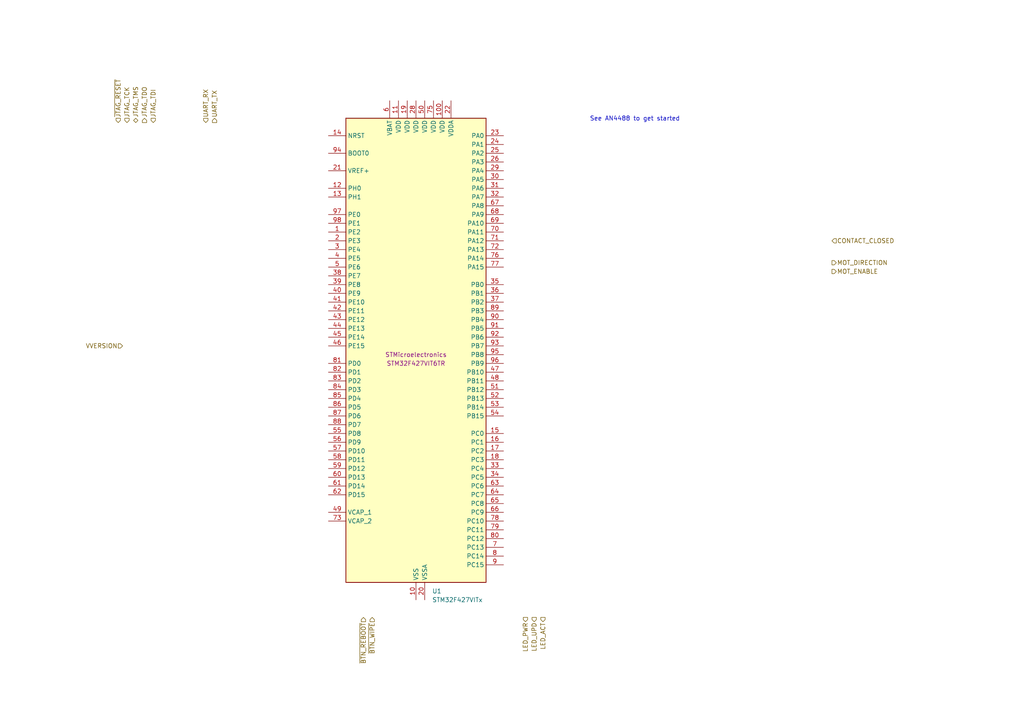
<source format=kicad_sch>
(kicad_sch (version 20250114) (generator "eeschema") (generator_version "9.0")
  (paper "A4")
  (title_block (title "iot-contact"))
  (lib_symbols
    (symbol "MCU_ST_STM32F4:STM32F427VITx"
      (property "Reference" "U" (at -20.32 69.85 0))
      (property "Value" "STM32F427VITx" (at 12.7 69.85 0))
      (symbol "STM32F427VITx_0_1"
        (rectangle (start -20.32 -66.04) (end 20.32 68.58) (stroke (width 0.254)) (fill (type background)))
      )
      (symbol "STM32F427VITx_1_1"
        (pin input line (at -25.4 63.5 0) (length 5.08) (name "NRST") (number "14"))
        (pin input line (at -25.4 58.42 0) (length 5.08) (name "BOOT0") (number "94"))
        (pin input line (at -25.4 53.34 0) (length 5.08) (name "VREF+") (number "21"))
        (pin bidirectional line (at -25.4 48.26 0) (length 5.08) (name "PH0") (number "12"))
        (pin bidirectional line (at -25.4 45.72 0) (length 5.08) (name "PH1") (number "13"))
        (pin bidirectional line (at -25.4 40.64 0) (length 5.08) (name "PE0") (number "97"))
        (pin bidirectional line (at -25.4 38.1 0) (length 5.08) (name "PE1") (number "98"))
        (pin bidirectional line (at -25.4 35.56 0) (length 5.08) (name "PE2") (number "1"))
        (pin bidirectional line (at -25.4 33.02 0) (length 5.08) (name "PE3") (number "2"))
        (pin bidirectional line (at -25.4 30.48 0) (length 5.08) (name "PE4") (number "3"))
        (pin bidirectional line (at -25.4 27.94 0) (length 5.08) (name "PE5") (number "4"))
        (pin bidirectional line (at -25.4 25.4 0) (length 5.08) (name "PE6") (number "5"))
        (pin bidirectional line (at -25.4 22.86 0) (length 5.08) (name "PE7") (number "38"))
        (pin bidirectional line (at -25.4 20.32 0) (length 5.08) (name "PE8") (number "39"))
        (pin bidirectional line (at -25.4 17.78 0) (length 5.08) (name "PE9") (number "40"))
        (pin bidirectional line (at -25.4 15.24 0) (length 5.08) (name "PE10") (number "41"))
        (pin bidirectional line (at -25.4 12.7 0) (length 5.08) (name "PE11") (number "42"))
        (pin bidirectional line (at -25.4 10.16 0) (length 5.08) (name "PE12") (number "43"))
        (pin bidirectional line (at -25.4 7.62 0) (length 5.08) (name "PE13") (number "44"))
        (pin bidirectional line (at -25.4 5.08 0) (length 5.08) (name "PE14") (number "45"))
        (pin bidirectional line (at -25.4 2.54 0) (length 5.08) (name "PE15") (number "46"))
        (pin bidirectional line (at -25.4 -2.54 0) (length 5.08) (name "PD0") (number "81"))
        (pin bidirectional line (at -25.4 -5.08 0) (length 5.08) (name "PD1") (number "82"))
        (pin bidirectional line (at -25.4 -7.62 0) (length 5.08) (name "PD2") (number "83"))
        (pin bidirectional line (at -25.4 -10.16 0) (length 5.08) (name "PD3") (number "84"))
        (pin bidirectional line (at -25.4 -12.7 0) (length 5.08) (name "PD4") (number "85"))
        (pin bidirectional line (at -25.4 -15.24 0) (length 5.08) (name "PD5") (number "86"))
        (pin bidirectional line (at -25.4 -17.78 0) (length 5.08) (name "PD6") (number "87"))
        (pin bidirectional line (at -25.4 -20.32 0) (length 5.08) (name "PD7") (number "88"))
        (pin bidirectional line (at -25.4 -22.86 0) (length 5.08) (name "PD8") (number "55"))
        (pin bidirectional line (at -25.4 -25.4 0) (length 5.08) (name "PD9") (number "56"))
        (pin bidirectional line (at -25.4 -27.94 0) (length 5.08) (name "PD10") (number "57"))
        (pin bidirectional line (at -25.4 -30.48 0) (length 5.08) (name "PD11") (number "58"))
        (pin bidirectional line (at -25.4 -33.02 0) (length 5.08) (name "PD12") (number "59"))
        (pin bidirectional line (at -25.4 -35.56 0) (length 5.08) (name "PD13") (number "60"))
        (pin bidirectional line (at -25.4 -38.1 0) (length 5.08) (name "PD14") (number "61"))
        (pin bidirectional line (at -25.4 -40.64 0) (length 5.08) (name "PD15") (number "62"))
        (pin power_out line (at -25.4 -45.72 0) (length 5.08) (name "VCAP_1") (number "49"))
        (pin power_out line (at -25.4 -48.26 0) (length 5.08) (name "VCAP_2") (number "73"))
        (pin power_in line (at -7.62 73.66 270) (length 5.08) (name "VBAT") (number "6"))
        (pin power_in line (at -5.08 73.66 270) (length 5.08) (name "VDD") (number "11"))
        (pin power_in line (at -2.54 73.66 270) (length 5.08) (name "VDD") (number "19"))
        (pin power_in line (at 0 73.66 270) (length 5.08) (name "VDD") (number "28"))
        (pin power_in line (at 0 -71.12 90) (length 5.08) (name "VSS") (number "10"))
        (pin passive line (at 0 -71.12 90) (length 5.08) (hide yes) (name "VSS") (number "27"))
        (pin passive line (at 0 -71.12 90) (length 5.08) (hide yes) (name "VSS") (number "74"))
        (pin passive line (at 0 -71.12 90) (length 5.08) (hide yes) (name "VSS") (number "99"))
        (pin power_in line (at 2.54 73.66 270) (length 5.08) (name "VDD") (number "50"))
        (pin power_in line (at 2.54 -71.12 90) (length 5.08) (name "VSSA") (number "20"))
        (pin power_in line (at 5.08 73.66 270) (length 5.08) (name "VDD") (number "75"))
        (pin power_in line (at 7.62 73.66 270) (length 5.08) (name "VDD") (number "100"))
        (pin power_in line (at 10.16 73.66 270) (length 5.08) (name "VDDA") (number "22"))
        (pin bidirectional line (at 25.4 63.5 180) (length 5.08) (name "PA0") (number "23"))
        (pin bidirectional line (at 25.4 60.96 180) (length 5.08) (name "PA1") (number "24"))
        (pin bidirectional line (at 25.4 58.42 180) (length 5.08) (name "PA2") (number "25"))
        (pin bidirectional line (at 25.4 55.88 180) (length 5.08) (name "PA3") (number "26"))
        (pin bidirectional line (at 25.4 53.34 180) (length 5.08) (name "PA4") (number "29"))
        (pin bidirectional line (at 25.4 50.8 180) (length 5.08) (name "PA5") (number "30"))
        (pin bidirectional line (at 25.4 48.26 180) (length 5.08) (name "PA6") (number "31"))
        (pin bidirectional line (at 25.4 45.72 180) (length 5.08) (name "PA7") (number "32"))
        (pin bidirectional line (at 25.4 43.18 180) (length 5.08) (name "PA8") (number "67"))
        (pin bidirectional line (at 25.4 40.64 180) (length 5.08) (name "PA9") (number "68"))
        (pin bidirectional line (at 25.4 38.1 180) (length 5.08) (name "PA10") (number "69"))
        (pin bidirectional line (at 25.4 35.56 180) (length 5.08) (name "PA11") (number "70"))
        (pin bidirectional line (at 25.4 33.02 180) (length 5.08) (name "PA12") (number "71"))
        (pin bidirectional line (at 25.4 30.48 180) (length 5.08) (name "PA13") (number "72"))
        (pin bidirectional line (at 25.4 27.94 180) (length 5.08) (name "PA14") (number "76"))
        (pin bidirectional line (at 25.4 25.4 180) (length 5.08) (name "PA15") (number "77"))
        (pin bidirectional line (at 25.4 20.32 180) (length 5.08) (name "PB0") (number "35"))
        (pin bidirectional line (at 25.4 17.78 180) (length 5.08) (name "PB1") (number "36"))
        (pin bidirectional line (at 25.4 15.24 180) (length 5.08) (name "PB2") (number "37"))
        (pin bidirectional line (at 25.4 12.7 180) (length 5.08) (name "PB3") (number "89"))
        (pin bidirectional line (at 25.4 10.16 180) (length 5.08) (name "PB4") (number "90"))
        (pin bidirectional line (at 25.4 7.62 180) (length 5.08) (name "PB5") (number "91"))
        (pin bidirectional line (at 25.4 5.08 180) (length 5.08) (name "PB6") (number "92"))
        (pin bidirectional line (at 25.4 2.54 180) (length 5.08) (name "PB7") (number "93"))
        (pin bidirectional line (at 25.4 0 180) (length 5.08) (name "PB8") (number "95"))
        (pin bidirectional line (at 25.4 -2.54 180) (length 5.08) (name "PB9") (number "96"))
        (pin bidirectional line (at 25.4 -5.08 180) (length 5.08) (name "PB10") (number "47"))
        (pin bidirectional line (at 25.4 -7.62 180) (length 5.08) (name "PB11") (number "48"))
        (pin bidirectional line (at 25.4 -10.16 180) (length 5.08) (name "PB12") (number "51"))
        (pin bidirectional line (at 25.4 -12.7 180) (length 5.08) (name "PB13") (number "52"))
        (pin bidirectional line (at 25.4 -15.24 180) (length 5.08) (name "PB14") (number "53"))
        (pin bidirectional line (at 25.4 -17.78 180) (length 5.08) (name "PB15") (number "54"))
        (pin bidirectional line (at 25.4 -22.86 180) (length 5.08) (name "PC0") (number "15"))
        (pin bidirectional line (at 25.4 -25.4 180) (length 5.08) (name "PC1") (number "16"))
        (pin bidirectional line (at 25.4 -27.94 180) (length 5.08) (name "PC2") (number "17"))
        (pin bidirectional line (at 25.4 -30.48 180) (length 5.08) (name "PC3") (number "18"))
        (pin bidirectional line (at 25.4 -33.02 180) (length 5.08) (name "PC4") (number "33"))
        (pin bidirectional line (at 25.4 -35.56 180) (length 5.08) (name "PC5") (number "34"))
        (pin bidirectional line (at 25.4 -38.1 180) (length 5.08) (name "PC6") (number "63"))
        (pin bidirectional line (at 25.4 -40.64 180) (length 5.08) (name "PC7") (number "64"))
        (pin bidirectional line (at 25.4 -43.18 180) (length 5.08) (name "PC8") (number "65"))
        (pin bidirectional line (at 25.4 -45.72 180) (length 5.08) (name "PC9") (number "66"))
        (pin bidirectional line (at 25.4 -48.26 180) (length 5.08) (name "PC10") (number "78"))
        (pin bidirectional line (at 25.4 -50.8 180) (length 5.08) (name "PC11") (number "79"))
        (pin bidirectional line (at 25.4 -53.34 180) (length 5.08) (name "PC12") (number "80"))
        (pin bidirectional line (at 25.4 -55.88 180) (length 5.08) (name "PC13") (number "7"))
        (pin bidirectional line (at 25.4 -58.42 180) (length 5.08) (name "PC14") (number "8"))
        (pin bidirectional line (at 25.4 -60.96 180) (length 5.08) (name "PC15") (number "9"))
      )
    )
  )
  (text "See AN4488 to get started" (at 184.15 34.544 0) (effects (font (size 1.27 1.27))))
  (hierarchical_label "~{BTN_REBOOT}" (shape input) (at 105.41 179.07 270))
  (hierarchical_label "~{JTAG_RESET}" (shape input) (at 34.29 35.56 90))
  (hierarchical_label "MOT_ENABLE" (shape output) (at 241.3 78.74 0))
  (hierarchical_label "UART_TX" (shape output) (at 62.23 35.56 90))
  (hierarchical_label "LED_UPD" (shape output) (at 154.94 179.07 270))
  (hierarchical_label "JTAG_TMS" (shape bidirectional) (at 39.37 35.56 90))
  (hierarchical_label "~{BTN_WIPE}" (shape input) (at 107.95 179.07 270))
  (hierarchical_label "JTAG_TDI" (shape input) (at 44.45 35.56 90))
  (hierarchical_label "LED_PWR" (shape output) (at 152.4 179.07 270))
  (hierarchical_label "LED_ACT" (shape output) (at 157.48 179.07 270))
  (hierarchical_label "MOT_DIRECTION" (shape output) (at 241.3 76.2 0))
  (hierarchical_label "JTAG_TCK" (shape input) (at 36.83 35.56 90))
  (hierarchical_label "VVERSION" (shape input) (at 35.56 100.33 180))
  (hierarchical_label "JTAG_TDO" (shape output) (at 41.91 35.56 90))
  (hierarchical_label "UART_RX" (shape input) (at 59.69 35.56 90))
  (hierarchical_label "CONTACT_CLOSED" (shape input) (at 241.3 69.85 0))
  (symbol (lib_id "MCU_ST_STM32F4:STM32F427VITx") (at 120.65 102.87 0) (unit 1)
    (property "Reference" "U1" (at 125.3333 171.45 0) (effects (justify left)))
    (property "Value" "STM32F427VITx" (at 125.3333 173.99 0) (effects (justify left)))
    (property "Footprint" "Package_QFP:LQFP-100_14x14mm_P0.5mm" (effects (hide yes)))
    (property "Datasheet" "https://www.st.com/resource/en/datasheet/stm32f427vi.pdf" (effects (hide yes)))
    (property "Description" "STMicroelectronics Arm Cortex-M4 MCU, 2048KB flash, 256KB RAM, 180 MHz, 1.8-3.6V, 82 GPIO, LQFP100" (effects (hide yes)))
    (property "MPN" "STM32F427VIT6TR" (at 120.65 105.41 0))
    (property "Manufacturer" "STMicroelectronics" (at 120.65 102.87 0))
  )
)
</source>
